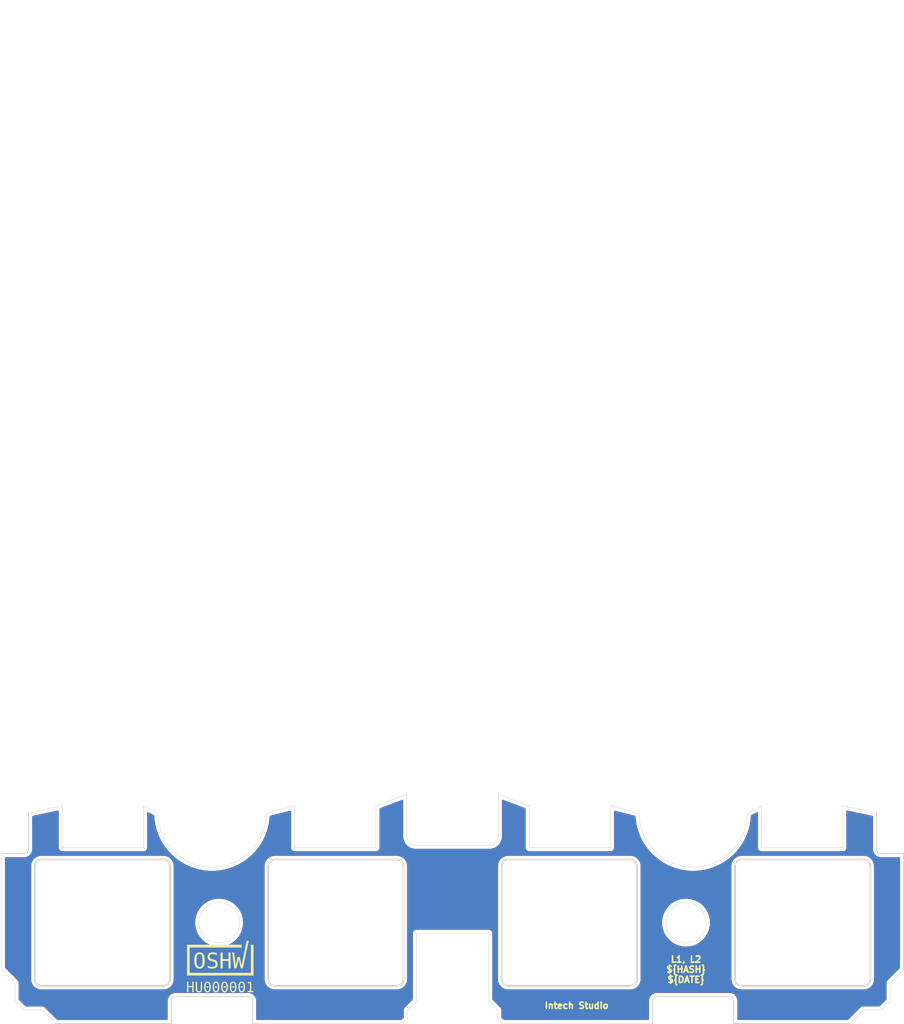
<source format=kicad_pcb>
(kicad_pcb (version 20240108) (generator "pcbnew") (generator_version "8.0")
  (layers (0 "F.Cu" signal) (31 "B.Cu" signal) (34 "B.Paste" user) (35 "F.Paste" user) (36 "B.SilkS" user "B.Silkscreen") (37 "F.SilkS" user "F.Silkscreen") (38 "B.Mask" user) (39 "F.Mask" user) (44 "Edge.Cuts" user))
  (net 0 "")
  (net 1 "GND")
  (footprint "suku_basics:OSHWA" (layer "F.Cu") (at 74.25 143.75)
    (property "Reference" "LOGO701" (hide yes))
    (property "Value" "LOGO" (hide yes))
    (fp_poly (pts (xy 3.689316 0.925456) (xy -3.689315 0.925456) (xy -3.689315 -2.488724) (xy 2.37617 -2.488724) (xy 2.37617 -2.176071) (xy -3.389168 -2.176071) (xy -3.389168 0.625308) (xy 3.389071 0.625308) (xy 3.392246 -0.928582) (xy 3.395421 -2.482471) (xy 3.542369 -2.485995) (xy 3.689316 -2.489518)) (fill solid) (layer "F.SilkS"))
    (fp_poly (pts (xy -3.526735 2.088528) (xy -3.101526 2.088528) (xy -3.101526 1.613294) (xy -2.951452 1.613294) (xy -2.951452 2.763861) (xy -3.101038 2.763861) (xy -3.104409 2.491852) (xy -3.107779 2.219843) (xy -3.526735 2.212985) (xy -3.526735 2.763861) (xy -3.689315 2.763861) (xy -3.689315 1.613294) (xy -3.526735 1.613294)) (fill solid) (layer "F.SilkS"))
    (fp_poly (pts (xy 0.146948 -1.623126) (xy 0.268883 -1.619547) (xy 0.275519 -0.900443) (xy 0.91295 -0.900443) (xy 0.91295 -1.6258) (xy 1.150567 -1.6258) (xy 1.150567 0.125062) (xy 0.91295 0.125062) (xy 0.91295 -0.700344) (xy 0.275136 -0.700344) (xy 0.275136 0.125062) (xy 0.025013 0.125062) (xy 0.025013 -1.626706)) (fill solid) (layer "F.SilkS"))
    (fp_poly (pts (xy -1.366002 2.099022) (xy -1.333968 2.12638) (xy -1.31649 2.164417) (xy -1.31599 2.206947) (xy -1.334889 2.247785) (xy -1.343843 2.25793) (xy -1.384322 2.283341) (xy -1.429351 2.288196) (xy -1.47129 2.272398) (xy -1.486052 2.259682) (xy -1.510388 2.218539) (xy -1.513698 2.175058) (xy -1.498584 2.135108) (xy -1.467647 2.104558) (xy -1.42349 2.089276) (xy -1.41017 2.088528)) (fill solid) (layer "F.SilkS"))
    (fp_poly (pts (xy -0.428041 2.099022) (xy -0.396007 2.12638) (xy -0.378529 2.164417) (xy -0.378028 2.206947) (xy -0.396927 2.247785) (xy -0.405881 2.25793) (xy -0.446361 2.283341) (xy -0.491389 2.288196) (xy -0.533328 2.272398) (xy -0.54809 2.259682) (xy -0.572426 2.218539) (xy -0.575736 2.175058) (xy -0.560622 2.135108) (xy -0.529686 2.104558) (xy -0.485529 2.089276) (xy -0.472209 2.088528)) (fill solid) (layer "F.SilkS"))
    (fp_poly (pts (xy 0.522427 2.099022) (xy 0.554461 2.12638) (xy 0.571939 2.164417) (xy 0.57244 2.206947) (xy 0.55354 2.247785) (xy 0.544587 2.25793) (xy 0.504107 2.283341) (xy 0.459078 2.288196) (xy 0.417139 2.272398) (xy 0.402377 2.259682) (xy 0.378041 2.218539) (xy 0.374731 2.175058) (xy 0.389846 2.135108) (xy 0.420782 2.104558) (xy 0.464939 2.089276) (xy 0.478259 2.088528)) (fill solid) (layer "F.SilkS"))
    (fp_poly (pts (xy 1.472895 2.099022) (xy 1.504929 2.12638) (xy 1.522407 2.164417) (xy 1.522907 2.206947) (xy 1.504008 2.247785) (xy 1.495054 2.25793) (xy 1.454575 2.283341) (xy 1.409546 2.288196) (xy 1.367607 2.272398) (xy 1.352845 2.259682) (xy 1.328509 2.218539) (xy 1.325199 2.175058) (xy 1.340313 2.135108) (xy 1.37125 2.104558) (xy 1.415407 2.089276) (xy 1.428727 2.088528)) (fill solid) (layer "F.SilkS"))
    (fp_poly (pts (xy 2.423363 2.099022) (xy 2.455397 2.12638) (xy 2.472875 2.164417) (xy 2.473375 2.206947) (xy 2.454476 2.247785) (xy 2.445522 2.25793) (xy 2.405042 2.283341) (xy 2.360014 2.288196) (xy 2.318075 2.272398) (xy 2.303313 2.259682) (xy 2.278977 2.218539) (xy 2.275667 2.175058) (xy 2.290781 2.135108) (xy 2.321718 2.104558) (xy 2.365875 2.089276) (xy 2.379195 2.088528)) (fill solid) (layer "F.SilkS"))
    (fp_poly (pts (xy 3.439193 2.626293) (xy 3.67681 2.626293) (xy 3.67681 2.763861) (xy 3.037689 2.763861) (xy 3.041469 2.698203) (xy 3.045249 2.632546) (xy 3.167184 2.628966) (xy 3.289119 2.625387) (xy 3.289119 2.194378) (xy 3.288777 2.074495) (xy 3.287778 1.971946) (xy 3.286163 1.888188) (xy 3.283972 1.824679) (xy 3.281247 1.782877) (xy 3.278027 1.76424) (xy 3.277097 1.763368) (xy 3.260168 1.766055) (xy 3.225245 1.773232) (xy 3.178662 1.78357) (xy 3.157804 1.78838) (xy 3.108191 1.799632) (xy 3.067562 1.808258) (xy 3.042296 1.81293) (xy 3.037888 1.813393) (xy 3.031169 1.801857) (xy 3.028386 1.770697) (xy 3.028992 1.742407) (xy 3.032743 1.671421) (xy 3.157804 1.642959) (xy 3.221273 1.630301) (xy 3.285815 1.620393) (xy 3.341191 1.614699) (xy 3.361029 1.613896) (xy 3.439193 1.613294)) (fill solid) (layer "F.SilkS"))
    (fp_poly (pts (xy -2.561065 2.0883) (xy -2.557508 2.563306) (xy -2.519948 2.600854) (xy -2.471266 2.633373) (xy -2.409462 2.651483) (xy -2.342226 2.654652) (xy -2.277249 2.642346) (xy -2.231814 2.62084) (xy -2.214905 2.608756) (xy -2.201041 2.59515) (xy -2.189922 2.577563) (xy -2.181246 2.553532) (xy -2.17471 2.520598) (xy -2.170015 2.4763) (xy -2.166857 2.418177) (xy -2.164936 2.343768) (xy -2.16395 2.250614) (xy -2.163598 2.136253) (xy -2.163564 2.063918) (xy -2.163564 1.613294) (xy -1.998864 1.613294) (xy -2.004222 2.072895) (xy -2.006032 2.205355) (xy -2.008145 2.314667) (xy -2.01064 2.402695) (xy -2.0136 2.471303) (xy -2.017104 2.522353) (xy -2.021235 2.557709) (xy -2.026072 2.579236) (xy -2.026235 2.579707) (xy -2.061961 2.646483) (xy -2.11637 2.704712) (xy -2.18322 2.74789) (xy -2.191159 2.751482) (xy -2.248615 2.76959) (xy -2.317403 2.781305) (xy -2.387483 2.785695) (xy -2.448813 2.781827) (xy -2.469965 2.7774) (xy -2.559864 2.741802) (xy -2.631084 2.690092) (xy -2.68309 2.622692) (xy -2.694035 2.60128) (xy -2.700795 2.585557) (xy -2.706311 2.568715) (xy -2.710737 2.548089) (xy -2.714227 2.52101) (xy -2.716934 2.484812) (xy -2.719011 2.436829) (xy -2.720611 2.374392) (xy -2.721887 2.294836) (xy -2.722993 2.195492) (xy -2.724036 2.079149) (xy -2.727983 1.613294) (xy -2.564621 1.613294)) (fill solid) (layer "F.SilkS"))
    (fp_poly (pts (xy -1.310098 1.612912) (xy -1.245099 1.637705) (xy -1.190196 1.679949) (xy -1.156217 1.719274) (xy -1.115039 1.78977) (xy -1.082521 1.879346) (xy -1.059193 1.983428) (xy -1.045587 2.09744) (xy -1.042234 2.216809) (xy -1.049666 2.336958) (xy -1.068414 2.453315) (xy -1.070086 2.460853) (xy -1.103581 2.566283) (xy -1.151911 2.652461) (xy -1.214661 2.718771) (xy -1.269007 2.754112) (xy -1.327364 2.774198) (xy -1.397728 2.783817) (xy -1.469059 2.782224) (xy -1.522977 2.771248) (xy -1.599296 2.734152) (xy -1.662604 2.676662) (xy -1.713325 2.598241) (xy -1.751884 2.498348) (xy -1.759429 2.47091) (xy -1.771042 2.407332) (xy -1.778789 2.326836) (xy -1.78267 2.23636) (xy -1.782683 2.144806) (xy -1.622183 2.144806) (xy -1.621935 2.28475) (xy -1.611644 2.402029) (xy -1.591236 2.496918) (xy -1.560637 2.569692) (xy -1.519773 2.620626) (xy -1.488165 2.641906) (xy -1.435118 2.66084) (xy -1.385951 2.659264) (xy -1.342748 2.643425) (xy -1.305285 2.616016) (xy -1.272738 2.575561) (xy -1.270349 2.571514) (xy -1.247117 2.52449) (xy -1.22996 2.473242) (xy -1.218155 2.413306) (xy -1.210979 2.340213) (xy -1.207708 2.249498) (xy -1.207325 2.182324) (xy -1.209381 2.074424) (xy -1.215541 1.987609) (xy -1.226656 1.918165) (xy -1.243577 1.862378) (xy -1.267155 1.816533) (xy -1.298241 1.776917) (xy -1.300831 1.774164) (xy -1.33074 1.745356) (xy -1.356393 1.73103) (xy -1.389273 1.726228) (xy -1.41273 1.72585) (xy -1.454211 1.727808) (xy -1.482909 1.736951) (xy -1.510566 1.75818) (xy -1.525911 1.773092) (xy -1.556701 1.809168) (xy -1.580234 1.850513) (xy -1.597535 1.901075) (xy -1.609626 1.964803) (xy -1.617529 2.045647) (xy -1.622183 2.144806) (xy -1.782683 2.144806) (xy -1.782683 2.142843) (xy -1.778827 2.053224) (xy -1.771102 1.97444) (xy -1.75951 1.913442) (xy -1.729702 1.823267) (xy -1.693106 1.751266) (xy -1.646291 1.690827) (xy -1.641054 1.685308) (xy -1.589649 1.642072) (xy -1.532104 1.615278) (xy -1.46267 1.60302) (xy -1.391272 1.602551)) (fill solid) (layer "F.SilkS"))
    (fp_poly (pts (xy -0.372136 1.612912) (xy -0.307138 1.637705) (xy -0.252234 1.679949) (xy -0.218255 1.719274) (xy -0.177078 1.78977) (xy -0.144559 1.879346) (xy -0.121231 1.983428) (xy -0.107626 2.09744) (xy -0.104273 2.216809) (xy -0.111705 2.336958) (xy -0.130453 2.453315) (xy -0.132124 2.460853) (xy -0.165619 2.566283) (xy -0.21395 2.652461) (xy -0.276699 2.718771) (xy -0.331045 2.754112) (xy -0.389402 2.774198) (xy -0.459766 2.783817) (xy -0.531098 2.782224) (xy -0.585015 2.771248) (xy -0.661335 2.734152) (xy -0.724643 2.676662) (xy -0.775364 2.598241) (xy -0.813922 2.498348) (xy -0.821467 2.47091) (xy -0.83308 2.407332) (xy -0.840827 2.326836) (xy -0.844708 2.23636) (xy -0.844721 2.144806) (xy -0.684221 2.144806) (xy -0.683973 2.28475) (xy -0.673682 2.402029) (xy -0.653275 2.496918) (xy -0.622676 2.569692) (xy -0.581811 2.620626) (xy -0.550203 2.641906) (xy -0.497157 2.66084) (xy -0.44799 2.659264) (xy -0.404787 2.643425) (xy -0.367324 2.616016) (xy -0.334776 2.575561) (xy -0.332387 2.571514) (xy -0.309155 2.52449) (xy -0.291998 2.473242) (xy -0.280193 2.413306) (xy -0.273017 2.340213) (xy -0.269746 2.249498) (xy -0.269363 2.182324) (xy -0.271419 2.074424) (xy -0.27758 1.987609) (xy -0.288695 1.918165) (xy -0.305616 1.862378) (xy -0.329194 1.816533) (xy -0.36028 1.776917) (xy -0.36287 1.774164) (xy -0.392779 1.745356) (xy -0.418432 1.73103) (xy -0.451311 1.726228) (xy -0.474768 1.72585) (xy -0.51625 1.727808) (xy -0.544947 1.736951) (xy -0.572605 1.75818) (xy -0.58795 1.773092) (xy -0.618739 1.809168) (xy -0.642273 1.850513) (xy -0.659574 1.901075) (xy -0.671664 1.964803) (xy -0.679568 2.045647) (xy -0.684221 2.144806) (xy -0.844721 2.144806) (xy -0.844721 2.142843) (xy -0.840866 2.053224) (xy -0.833141 1.97444) (xy -0.821548 1.913442) (xy -0.79174 1.823267) (xy -0.755145 1.751266) (xy -0.708329 1.690827) (xy -0.703092 1.685308) (xy -0.651688 1.642072) (xy -0.594142 1.615278) (xy -0.524708 1.60302) (xy -0.453311 1.602551)) (fill solid) (layer "F.SilkS"))
    (fp_poly (pts (xy 0.578332 1.612912) (xy 0.64333 1.637705) (xy 0.698234 1.679949) (xy 0.732212 1.719274) (xy 0.77339 1.78977) (xy 0.805908 1.879346) (xy 0.829236 1.983428) (xy 0.842842 2.09744) (xy 0.846195 2.216809) (xy 0.838763 2.336958) (xy 0.820015 2.453315) (xy 0.818343 2.460853) (xy 0.784848 2.566283) (xy 0.736518 2.652461) (xy 0.673769 2.718771) (xy 0.619423 2.754112) (xy 0.561066 2.774198) (xy 0.490702 2.783817) (xy 0.41937 2.782224) (xy 0.365453 2.771248) (xy 0.289133 2.734152) (xy 0.225825 2.676662) (xy 0.175104 2.598241) (xy 0.136546 2.498348) (xy 0.129001 2.47091) (xy 0.117388 2.407332) (xy 0.10964 2.326836) (xy 0.10576 2.23636) (xy 0.105746 2.144806) (xy 0.266246 2.144806) (xy 0.266494 2.28475) (xy 0.276785 2.402029) (xy 0.297193 2.496918) (xy 0.327792 2.569692) (xy 0.368656 2.620626) (xy 0.400264 2.641906) (xy 0.453311 2.66084) (xy 0.502478 2.659264) (xy 0.545681 2.643425) (xy 0.583144 2.616016) (xy 0.615692 2.575561) (xy 0.61808 2.571514) (xy 0.641313 2.52449) (xy 0.65847 2.473242) (xy 0.670275 2.413306) (xy 0.677451 2.340213) (xy 0.680721 2.249498) (xy 0.681105 2.182324) (xy 0.679048 2.074424) (xy 0.672888 1.987609) (xy 0.661773 1.918165) (xy 0.644852 1.862378) (xy 0.621274 1.816533) (xy 0.590188 1.776917) (xy 0.587598 1.774164) (xy 0.557689 1.745356) (xy 0.532036 1.73103) (xy 0.499156 1.726228) (xy 0.475699 1.72585) (xy 0.434218 1.727808) (xy 0.40552 1.736951) (xy 0.377863 1.75818) (xy 0.362518 1.773092) (xy 0.331729 1.809168) (xy 0.308195 1.850513) (xy 0.290894 1.901075) (xy 0.278803 1.964803) (xy 0.2709 2.045647) (xy 0.266246 2.144806) (xy 0.105746 2.144806) (xy 0.105746 2.142843) (xy 0.109602 2.053224) (xy 0.117327 1.97444) (xy 0.12892 1.913442) (xy 0.158728 1.823267) (xy 0.195323 1.751266) (xy 0.242139 1.690827) (xy 0.247376 1.685308) (xy 0.29878 1.642072) (xy 0.356326 1.615278) (xy 0.42576 1.60302) (xy 0.497157 1.602551)) (fill solid) (layer "F.SilkS"))
    (fp_poly (pts (xy 1.528799 1.612912) (xy 1.593798 1.637705) (xy 1.648701 1.679949) (xy 1.68268 1.719274) (xy 1.723858 1.78977) (xy 1.756376 1.879346) (xy 1.779704 1.983428) (xy 1.79331 2.09744) (xy 1.796663 2.216809) (xy 1.789231 2.336958) (xy 1.770483 2.453315) (xy 1.768811 2.460853) (xy 1.735316 2.566283) (xy 1.686986 2.652461) (xy 1.624236 2.718771) (xy 1.569891 2.754112) (xy 1.511533 2.774198) (xy 1.44117 2.783817) (xy 1.369838 2.782224) (xy 1.31592 2.771248) (xy 1.239601 2.734152) (xy 1.176293 2.676662) (xy 1.125572 2.598241) (xy 1.087013 2.498348) (xy 1.079469 2.47091) (xy 1.067856 2.407332) (xy 1.060108 2.326836) (xy 1.056227 2.23636) (xy 1.056214 2.144806) (xy 1.216714 2.144806) (xy 1.216962 2.28475) (xy 1.227253 2.402029) (xy 1.247661 2.496918) (xy 1.27826 2.569692) (xy 1.319124 2.620626) (xy 1.350732 2.641906) (xy 1.403779 2.66084) (xy 1.452946 2.659264) (xy 1.496149 2.643425) (xy 1.533612 2.616016) (xy 1.566159 2.575561) (xy 1.568548 2.571514) (xy 1.59178 2.52449) (xy 1.608937 2.473242) (xy 1.620742 2.413306) (xy 1.627918 2.340213) (xy 1.631189 2.249498) (xy 1.631572 2.182324) (xy 1.629516 2.074424) (xy 1.623356 1.987609) (xy 1.612241 1.918165) (xy 1.59532 1.862378) (xy 1.571742 1.816533) (xy 1.540656 1.776917) (xy 1.538066 1.774164) (xy 1.508157 1.745356) (xy 1.482504 1.73103) (xy 1.449624 1.726228) (xy 1.426167 1.72585) (xy 1.384686 1.727808) (xy 1.355988 1.736951) (xy 1.328331 1.75818) (xy 1.312986 1.773092) (xy 1.282196 1.809168) (xy 1.258663 1.850513) (xy 1.241362 1.901075) (xy 1.229271 1.964803) (xy 1.221368 2.045647) (xy 1.216714 2.144806) (xy 1.056214 2.144806) (xy 1.056214 2.142843) (xy 1.06007 2.053224) (xy 1.067795 1.97444) (xy 1.079387 1.913442) (xy 1.109196 1.823267) (xy 1.145791 1.751266) (xy 1.192606 1.690827) (xy 1.197843 1.685308) (xy 1.249248 1.642072) (xy 1.306793 1.615278) (xy 1.376227 1.60302) (xy 1.447625 1.602551)) (fill solid) (layer "F.SilkS"))
    (fp_poly (pts (xy 2.479267 1.612912) (xy 2.544266 1.637705) (xy 2.599169 1.679949) (xy 2.633148 1.719274) (xy 2.674326 1.78977) (xy 2.706844 1.879346) (xy 2.730172 1.983428) (xy 2.743778 2.09744) (xy 2.74713 2.216809) (xy 2.739698 2.336958) (xy 2.720951 2.453315) (xy 2.719279 2.460853) (xy 2.685784 2.566283) (xy 2.637453 2.652461) (xy 2.574704 2.718771) (xy 2.520358 2.754112) (xy 2.462001 2.774198) (xy 2.391637 2.783817) (xy 2.320306 2.782224) (xy 2.266388 2.771248) (xy 2.190068 2.734152) (xy 2.12676 2.676662) (xy 2.07604 2.598241) (xy 2.037481 2.498348) (xy 2.029936 2.47091) (xy 2.018323 2.407332) (xy 2.010576 2.326836) (xy 2.006695 2.23636) (xy 2.006682 2.144806) (xy 2.167182 2.144806) (xy 2.16743 2.28475) (xy 2.177721 2.402029) (xy 2.198129 2.496918) (xy 2.228728 2.569692) (xy 2.269592 2.620626) (xy 2.3012 2.641906) (xy 2.354246 2.66084) (xy 2.403413 2.659264) (xy 2.446617 2.643425) (xy 2.48408 2.616016) (xy 2.516627 2.575561) (xy 2.519016 2.571514) (xy 2.542248 2.52449) (xy 2.559405 2.473242) (xy 2.57121 2.413306) (xy 2.578386 2.340213) (xy 2.581657 2.249498) (xy 2.58204 2.182324) (xy 2.579984 2.074424) (xy 2.573824 1.987609) (xy 2.562709 1.918165) (xy 2.545787 1.862378) (xy 2.522209 1.816533) (xy 2.491124 1.776917) (xy 2.488534 1.774164) (xy 2.458625 1.745356) (xy 2.432972 1.73103) (xy 2.400092 1.726228) (xy 2.376635 1.72585) (xy 2.335154 1.727808) (xy 2.306456 1.736951) (xy 2.278799 1.75818) (xy 2.263454 1.773092) (xy 2.232664 1.809168) (xy 2.20913 1.850513) (xy 2.19183 1.901075) (xy 2.179739 1.964803) (xy 2.171835 2.045647) (xy 2.167182 2.144806) (xy 2.006682 2.144806) (xy 2.006682 2.142843) (xy 2.010537 2.053224) (xy 2.018263 1.97444) (xy 2.029855 1.913442) (xy 2.059663 1.823267) (xy 2.096259 1.751266) (xy 2.143074 1.690827) (xy 2.148311 1.685308) (xy 2.199716 1.642072) (xy 2.257261 1.615278) (xy 2.326695 1.60302) (xy 2.398093 1.602551)) (fill solid) (layer "F.SilkS"))
    (fp_poly (pts (xy -2.213686 -1.648416) (xy -2.173361 -1.642883) (xy -2.133448 -1.632444) (xy -2.11365 -1.62599) (xy -2.017135 -1.582277) (xy -1.934897 -1.520831) (xy -1.866124 -1.440575) (xy -1.810003 -1.340433) (xy -1.765721 -1.219326) (xy -1.744681 -1.136985) (xy -1.734923 -1.07785) (xy -1.72692 -0.999811) (xy -1.720855 -0.908928) (xy -1.716911 -0.811259) (xy -1.71527 -0.712863) (xy -1.716115 -0.6198) (xy -1.719627 -0.538129) (xy -1.724944 -0.481445) (xy -1.751517 -0.331144) (xy -1.789241 -0.202461) (xy -1.838715 -0.094336) (xy -1.900537 -0.005708) (xy -1.975305 0.06448) (xy -2.062762 0.116889) (xy -2.103525 0.134659) (xy -2.139902 0.14622) (xy -2.179949 0.153159) (xy -2.231723 0.157061) (xy -2.275366 0.158715) (xy -2.345863 0.159585) (xy -2.399351 0.156676) (xy -2.443645 0.149242) (xy -2.478265 0.139354) (xy -2.571511 0.098856) (xy -2.651292 0.042823) (xy -2.718295 -0.029968) (xy -2.773207 -0.120739) (xy -2.816717 -0.230714) (xy -2.849512 -0.361114) (xy -2.872279 -0.513163) (xy -2.877989 -0.571523) (xy -2.884864 -0.674628) (xy -2.885786 -0.744116) (xy -2.629897 -0.744116) (xy -2.627195 -0.594409) (xy -2.618801 -0.467089) (xy -2.604279 -0.360089) (xy -2.583196 -0.27134) (xy -2.555116 -0.198778) (xy -2.519605 -0.140333) (xy -2.497463 -0.114208) (xy -2.463968 -0.08401) (xy -2.42916 -0.060012) (xy -2.419941 -0.055293) (xy -2.371974 -0.042609) (xy -2.310675 -0.038337) (xy -2.24617 -0.042214) (xy -2.188587 -0.053976) (xy -2.167463 -0.061848) (xy -2.110324 -0.10024) (xy -2.062818 -0.159403) (xy -2.024838 -0.239747) (xy -1.996276 -0.341685) (xy -1.977025 -0.465628) (xy -1.966978 -0.611987) (xy -1.96603 -0.781173) (xy -1.967346 -0.831659) (xy -1.974496 -0.971762) (xy -1.986642 -1.089396) (xy -2.00452 -1.186737) (xy -2.02887 -1.265962) (xy -2.06043 -1.329249) (xy -2.099936 -1.378775) (xy -2.148127 -1.416718) (xy -2.169817 -1.429044) (xy -2.234525 -1.450351) (xy -2.308708 -1.455453) (xy -2.382835 -1.444401) (xy -2.428511 -1.427606) (xy -2.481734 -1.392782) (xy -2.526042 -1.343307) (xy -2.561873 -1.277702) (xy -2.589663 -1.194486) (xy -2.609848 -1.092179) (xy -2.622863 -0.969303) (xy -2.629144 -0.824376) (xy -2.629897 -0.744116) (xy -2.885786 -0.744116) (xy -2.886107 -0.768282) (xy -2.881727 -0.866448) (xy -2.878187 -0.912678) (xy -2.859119 -1.072373) (xy -2.830164 -1.210136) (xy -2.790684 -1.327272) (xy -2.740046 -1.425088) (xy -2.677612 -1.504888) (xy -2.602749 -1.567978) (xy -2.542136 -1.603131) (xy -2.502095 -1.621588) (xy -2.466776 -1.633727) (xy -2.42829 -1.641206) (xy -2.378745 -1.645687) (xy -2.328219 -1.648133) (xy -2.262584 -1.649885)) (fill solid) (layer "F.SilkS"))
    (fp_poly (pts (xy -0.796763 -1.648341) (xy -0.685523 -1.638002) (xy -0.57458 -1.618762) (xy -0.47144 -1.591483) (xy -0.422082 -1.57389) (xy -0.406061 -1.566635) (xy -0.395996 -1.556809) (xy -0.390503 -1.53914) (xy -0.388198 -1.508358) (xy -0.387696 -1.45919) (xy -0.38769 -1.442943) (xy -0.388153 -1.392245) (xy -0.389395 -1.352573) (xy -0.391198 -1.329392) (xy -0.392368 -1.325652) (xy -0.404999 -1.331227) (xy -0.432223 -1.345495) (xy -0.453058 -1.356958) (xy -0.554732 -1.404587) (xy -0.659074 -1.436678) (xy -0.76262 -1.453345) (xy -0.86191 -1.4547) (xy -0.95348 -1.440857) (xy -1.033869 -1.41193) (xy -1.099615 -1.368032) (xy -1.130442 -1.334753) (xy -1.166972 -1.26703) (xy -1.183105 -1.189889) (xy -1.177427 -1.110201) (xy -1.177033 -1.108409) (xy -1.163988 -1.063883) (xy -1.144802 -1.026727) (xy -1.116635 -0.995185) (xy -1.076646 -0.9675) (xy -1.021997 -0.941913) (xy -0.949848 -0.916667) (xy -0.857358 -0.890006) (xy -0.799557 -0.874812) (xy -0.729069 -0.855592) (xy -0.661512 -0.835202) (xy -0.603334 -0.815723) (xy -0.560981 -0.799233) (xy -0.551784 -0.794908) (xy -0.457399 -0.735184) (xy -0.384118 -0.662245) (xy -0.331806 -0.575839) (xy -0.300327 -0.475715) (xy -0.289545 -0.361621) (xy -0.290958 -0.312654) (xy -0.307843 -0.196094) (xy -0.343494 -0.095994) (xy -0.397943 -0.01233) (xy -0.47122 0.054921) (xy -0.563355 0.105784) (xy -0.674379 0.140282) (xy -0.804323 0.158439) (xy -0.900443 0.161483) (xy -0.984703 0.158051) (xy -1.070024 0.149441) (xy -1.13806 0.138049) (xy -1.198338 0.123653) (xy -1.259779 0.106575) (xy -1.310396 0.090181) (xy -1.316272 0.088005) (xy -1.388183 0.060734) (xy -1.388183 -0.063429) (xy -1.387687 -0.115723) (xy -1.386352 -0.157145) (xy -1.384404 -0.182382) (xy -1.38289 -0.187592) (xy -1.370172 -0.182129) (xy -1.340939 -0.167587) (xy -1.300705 -0.146732) (xy -1.285967 -0.138943) (xy -1.192068 -0.093743) (xy -1.105928 -0.063324) (xy -1.017843 -0.044564) (xy -0.975878 -0.039189) (xy -0.86929 -0.035229) (xy -0.772107 -0.046254) (xy -0.687556 -0.071299) (xy -0.618865 -0.109397) (xy -0.56926 -0.159578) (xy -0.56797 -0.161452) (xy -0.533797 -0.231437) (xy -0.51833 -0.308864) (xy -0.521301 -0.387506) (xy -0.542443 -0.461135) (xy -0.581487 -0.523521) (xy -0.583649 -0.525951) (xy -0.609695 -0.551075) (xy -0.640923 -0.57281) (xy -0.681021 -0.592658) (xy -0.733674 -0.612124) (xy -0.80257 -0.632713) (xy -0.891395 -0.655929) (xy -0.918913 -0.662755) (xy -1.050387 -0.699971) (xy -1.158673 -0.741914) (xy -1.245375 -0.790011) (xy -1.312098 -0.845683) (xy -1.360446 -0.910356) (xy -1.392023 -0.985455) (xy -1.408435 -1.072402) (xy -1.410535 -1.09912) (xy -1.4061 -1.216759) (xy -1.379547 -1.324024) (xy -1.332234 -1.419171) (xy -1.265518 -1.500457) (xy -1.180757 -1.566139) (xy -1.079309 -1.614474) (xy -0.990106 -1.638887) (xy -0.900793 -1.648923)) (fill solid) (layer "F.SilkS"))
    (fp_poly (pts (xy 3.102426 -2.926025) (xy 3.136692 -2.92422) (xy 3.154538 -2.920182) (xy 3.160258 -2.913068) (xy 3.158976 -2.904554) (xy 3.15551 -2.889751) (xy 3.147085 -2.85202) (xy 3.134032 -2.79288) (xy 3.116683 -2.713851) (xy 3.095368 -2.616451) (xy 3.070419 -2.5022) (xy 3.042167 -2.372615) (xy 3.010944 -2.229217) (xy 2.97708 -2.073524) (xy 2.940907 -1.907054) (xy 2.902756 -1.731327) (xy 2.862958 -1.547863) (xy 2.83241 -1.406942) (xy 2.791579 -1.218561) (xy 2.752145 -1.036694) (xy 2.71444 -0.86287) (xy 2.678796 -0.698615) (xy 2.645545 -0.545457) (xy 2.615018 -0.404923) (xy 2.587548 -0.27854) (xy 2.563467 -0.167837) (xy 2.543106 -0.07434) (xy 2.526798 0.000424) (xy 2.514875 0.054927) (xy 2.507668 0.087641) (xy 2.505566 0.096923) (xy 2.500685 0.110204) (xy 2.490761 0.118479) (xy 2.470723 0.122922) (xy 2.435501 0.124706) (xy 2.384194 0.125006) (xy 2.269867 0.124951) (xy 2.158632 -0.36586) (xy 2.134167 -0.473343) (xy 2.111178 -0.573444) (xy 2.090296 -0.66348) (xy 2.072154 -0.740768) (xy 2.057382 -0.802623) (xy 2.046613 -0.846363) (xy 2.040477 -0.869304) (xy 2.039552 -0.871902) (xy 2.0352 -0.863504) (xy 2.026061 -0.83316) (xy 2.012753 -0.783341) (xy 1.995895 -0.716523) (xy 1.976107 -0.635178) (xy 1.954007 -0.54178) (xy 1.930215 -0.438803) (xy 1.920631 -0.396668) (xy 1.896245 -0.289214) (xy 1.87343 -0.189124) (xy 1.852808 -0.099085) (xy 1.834997 -0.021783) (xy 1.820618 0.040094) (xy 1.81029 0.083861) (xy 1.804634 0.106831) (xy 1.803883 0.109429) (xy 1.790649 0.117883) (xy 1.757015 0.122985) (xy 1.700958 0.125004) (xy 1.686601 0.125062) (xy 1.626286 0.123691) (xy 1.58866 0.119383) (xy 1.571536 0.111845) (xy 1.570206 0.109429) (xy 1.567599 0.09467) (xy 1.561661 0.057254) (xy 1.552709 -0.000731) (xy 1.541057 -0.077199) (xy 1.52702 -0.170059) (xy 1.510913 -0.277226) (xy 1.493053 -0.396611) (xy 1.473753 -0.526125) (xy 1.453329 -0.663682) (xy 1.444195 -0.725357) (xy 1.423286 -0.86659) (xy 1.403322 -1.001332) (xy 1.384628 -1.127412) (xy 1.367524 -1.242655) (xy 1.352335 -1.344891) (xy 1.339382 -1.431947) (xy 1.32899 -1.50165) (xy 1.32148 -1.551828) (xy 1.317176 -1.580309) (xy 1.316421 -1.585155) (xy 1.309874 -1.6258) (xy 1.423328 -1.6258) (xy 1.473932 -1.624832) (xy 1.514231 -1.622242) (xy 1.538299 -1.618495) (xy 1.542347 -1.61642) (xy 1.544815 -1.602564) (xy 1.54987 -1.566169) (xy 1.557226 -1.509546) (xy 1.566598 -1.435003) (xy 1.577701 -1.34485) (xy 1.590248 -1.241394) (xy 1.603954 -1.126945) (xy 1.618534 -1.003812) (xy 1.626268 -0.937961) (xy 1.641232 -0.81126) (xy 1.655556 -0.692058) (xy 1.668946 -0.582664) (xy 1.681106 -0.485387) (xy 1.691743 -0.402537) (xy 1.700562 -0.336424) (xy 1.707269 -0.289356) (xy 1.71157 -0.263643) (xy 1.712746 -0.25949) (xy 1.717087 -0.269078) (xy 1.725857 -0.300507) (xy 1.738432 -0.351119) (xy 1.754188 -0.41826) (xy 1.772503 -0.499273) (xy 1.792752 -0.591502) (xy 1.81403 -0.690953) (xy 1.907189 -1.131807) (xy 2.033915 -1.135355) (xy 2.091233 -1.1367) (xy 2.12833 -1.136273) (xy 2.149983 -1.133179) (xy 2.160967 -1.126523) (xy 2.16606 -1.115408) (xy 2.167325 -1.110342) (xy 2.171428 -1.091715) (xy 2.18008 -1.051635) (xy 2.192635 -0.993117) (xy 2.208451 -0.919176) (xy 2.22688 -0.832826) (xy 2.247278 -0.737081) (xy 2.265319 -0.652281) (xy 2.291375 -0.531527) (xy 2.31393 -0.430753) (xy 2.33277 -0.350828) (xy 2.347679 -0.292619) (xy 2.358443 -0.256997) (xy 2.364847 -0.244831) (xy 2.365865 -0.245831) (xy 2.369616 -0.260989) (xy 2.378089 -0.299012) (xy 2.390942 -0.358272) (xy 2.407829 -0.437138) (xy 2.428409 -0.533984) (xy 2.452336 -0.647178) (xy 2.479268 -0.775094) (xy 2.50886 -0.916101) (xy 2.54077 -1.068572) (xy 2.574654 -1.230876) (xy 2.610167 -1.401386) (xy 2.645109 -1.569522) (xy 2.681846 -1.746433) (xy 2.717239 -1.91677) (xy 2.750948 -2.078897) (xy 2.782629 -2.231177) (xy 2.811944 -2.371973) (xy 2.838549 -2.499647) (xy 2.862104 -2.612563) (xy 2.882267 -2.709084) (xy 2.898698 -2.787573) (xy 2.911055 -2.846392) (xy 2.918996 -2.883906) (xy 2.922135 -2.898301) (xy 2.926897 -2.911399) (xy 2.936571 -2.919644) (xy 2.956132 -2.924155) (xy 2.990556 -2.926047) (xy 3.044818 -2.92644) (xy 3.047448 -2.92644)) (fill solid) (layer "F.SilkS"))
  )
  (gr_line (start 122.17 150) (end 105.5 150) (stroke (width 0.05)) (layer "Edge.Cuts"))
  (gr_arc (start 145.564375 131.814375) (mid 146.094695 132.034041) (end 146.314375 132.564375) (stroke (width 0.2)) (layer "Edge.Cuts"))
  (gr_line (start 143.25 125.875) (end 147 126.67) (stroke (width 0.05)) (layer "Edge.Cuts"))
  (gr_circle (center 74.12375 138.814375) (end 76.37375 138.814375) (stroke (width 0.05)) (fill none) (layer "Edge.Cuts"))
  (gr_line (start 104 140) (end 104 147.5) (stroke (width 0.05)) (layer "Edge.Cuts"))
  (gr_line (start 131.314375 145.064375) (end 131.314375 132.564375) (stroke (width 0.2)) (layer "Edge.Cuts"))
  (gr_line (start 65.75 125.875) (end 67.33 126.67) (stroke (width 0.05)) (layer "Edge.Cuts"))
  (gr_arc (start 147.5 131.17) (mid 147.146447 131.023553) (end 147 130.67) (stroke (width 0.1)) (layer "Edge.Cuts"))
  (gr_line (start 147 130.67) (end 147 126.67) (stroke (width 0.1)) (layer "Edge.Cuts"))
  (gr_line (start 134.25 125.875) (end 132.67 126.67) (stroke (width 0.05)) (layer "Edge.Cuts"))
  (gr_line (start 82.5 130.5) (end 82.5 125.875) (stroke (width 0.05)) (layer "Edge.Cuts"))
  (gr_arc (start 105.08 129.226) (mid 104.787107 129.933107) (end 104.08 130.226) (stroke (width 0.05)) (layer "Edge.Cuts"))
  (gr_line (start 96 140) (end 104 140) (stroke (width 0.05)) (layer "Edge.Cuts"))
  (gr_line (start 122.17 147.5) (end 122.17 150) (stroke (width 0.1)) (layer "Edge.Cuts"))
  (gr_arc (start 80.311875 145.814375) (mid 79.781535 145.594701) (end 79.561875 145.064375) (stroke (width 0.2)) (layer "Edge.Cuts"))
  (gr_line (start 56 150) (end 54.5 148.5) (stroke (width 0.05)) (layer "Edge.Cuts"))
  (gr_line (start 150 144) (end 148.5 145.5) (stroke (width 0.05)) (layer "Edge.Cuts"))
  (gr_arc (start 54.435625 145.814375) (mid 53.905288 145.594712) (end 53.685625 145.064375) (stroke (width 0.2)) (layer "Edge.Cuts"))
  (gr_line (start 146.314375 132.564375) (end 146.314375 145.064375) (stroke (width 0.2)) (layer "Edge.Cuts"))
  (gr_arc (start 132.064375 145.814375) (mid 131.534035 145.594701) (end 131.314375 145.064375) (stroke (width 0.2)) (layer "Edge.Cuts"))
  (gr_arc (start 105.438125 132.564375) (mid 105.657805 132.03407) (end 106.188125 131.814375) (stroke (width 0.2)) (layer "Edge.Cuts"))
  (gr_line (start 82.5 125.875) (end 79.33 126.67) (stroke (width 0.05)) (layer "Edge.Cuts"))
  (gr_arc (start 53 130.67) (mid 52.853553 131.023553) (end 52.5 131.17) (stroke (width 0.1)) (layer "Edge.Cuts"))
  (gr_arc (start 77.33 147) (mid 77.683553 147.146447) (end 77.83 147.5) (stroke (width 0.1)) (layer "Edge.Cuts"))
  (gr_arc (start 122.17 147.5) (mid 122.316447 147.146447) (end 122.67 147) (stroke (width 0.1)) (layer "Edge.Cuts"))
  (gr_line (start 51.5 145.5) (end 50 144) (stroke (width 0.05)) (layer "Edge.Cuts"))
  (gr_line (start 143.25 125.875) (end 143.25 130.5) (stroke (width 0.05)) (layer "Edge.Cuts"))
  (gr_line (start 145.564375 145.814375) (end 132.064375 145.814375) (stroke (width 0.2)) (layer "Edge.Cuts"))
  (gr_line (start 119.688125 145.814375) (end 106.188125 145.814375) (stroke (width 0.2)) (layer "Edge.Cuts"))
  (gr_line (start 104 147.5) (end 105 148.5) (stroke (width 0.05)) (layer "Edge.Cuts"))
  (gr_line (start 94.561875 132.564375) (end 94.561875 145.064375) (stroke (width 0.2)) (layer "Edge.Cuts"))
  (gr_line (start 94.92 124.582063) (end 94.92 129.226) (stroke (width 0.05)) (layer "Edge.Cuts"))
  (gr_arc (start 95.92 130.226) (mid 95.212893 129.933107) (end 94.92 129.226) (stroke (width 0.05)) (layer "Edge.Cuts"))
  (gr_arc (start 68.83 147.5) (mid 68.976447 147.146447) (end 69.33 147) (stroke (width 0.1)) (layer "Edge.Cuts"))
  (gr_line (start 95.92 130.226) (end 104.08 130.226) (stroke (width 0.05)) (layer "Edge.Cuts"))
  (gr_line (start 52.5 148.5) (end 51.5 147.5) (stroke (width 0.05)) (layer "Edge.Cuts"))
  (gr_line (start 50 131.17) (end 52.5 131.17) (stroke (width 0.1)) (layer "Edge.Cuts"))
  (gr_line (start 120.67 126.67) (end 117.5 125.875) (stroke (width 0.05)) (layer "Edge.Cuts"))
  (gr_line (start 148.5 145.5) (end 148.5 147.5) (stroke (width 0.05)) (layer "Edge.Cuts"))
  (gr_arc (start 131.314375 132.564375) (mid 131.534052 132.034052) (end 132.064375 131.814375) (stroke (width 0.2)) (layer "Edge.Cuts"))
  (gr_line (start 53 130.67) (end 53 126.67) (stroke (width 0.1)) (layer "Edge.Cuts"))
  (gr_line (start 95 148.5) (end 96 147.5) (stroke (width 0.05)) (layer "Edge.Cuts"))
  (gr_arc (start 67.935625 131.814375) (mid 68.465948 132.034052) (end 68.685625 132.564375) (stroke (width 0.2)) (layer "Edge.Cuts"))
  (gr_arc (start 68.685625 145.064375) (mid 68.465971 145.594721) (end 67.935625 145.814375) (stroke (width 0.2)) (layer "Edge.Cuts"))
  (gr_arc (start 94.561875 145.064375) (mid 94.342212 145.594712) (end 93.811875 145.814375) (stroke (width 0.2)) (layer "Edge.Cuts"))
  (gr_line (start 147.5 148.5) (end 145.5 148.5) (stroke (width 0.05)) (layer "Edge.Cuts"))
  (gr_line (start 131.17 150) (end 131.17 147.5) (stroke (width 0.1)) (layer "Edge.Cuts"))
  (gr_line (start 77.83 150) (end 77.83 147.5) (stroke (width 0.1)) (layer "Edge.Cuts"))
  (gr_line (start 77.33 147) (end 69.33 147) (stroke (width 0.1)) (layer "Edge.Cuts"))
  (gr_arc (start 53.685625 132.564375) (mid 53.905312 132.034062) (end 54.435625 131.814375) (stroke (width 0.2)) (layer "Edge.Cuts"))
  (gr_line (start 68.83 147.5) (end 68.83 150) (stroke (width 0.1)) (layer "Edge.Cuts"))
  (gr_circle (center 125.87625 138.814375) (end 128.12625 138.814375) (stroke (width 0.05)) (fill none) (layer "Edge.Cuts"))
  (gr_line (start 117.5 130.5) (end 108.5 130.5) (stroke (width 0.05)) (layer "Edge.Cuts"))
  (gr_line (start 134.25 130.5) (end 134.25 125.875) (stroke (width 0.05)) (layer "Edge.Cuts"))
  (gr_line (start 77.83 150) (end 94.5 150) (stroke (width 0.05)) (layer "Edge.Cuts"))
  (gr_line (start 105.08 129.226) (end 105.08 124.582063) (stroke (width 0.05)) (layer "Edge.Cuts"))
  (gr_arc (start 79.33 126.67) (mid 73.33 132.67) (end 67.33 126.67) (stroke (width 0.05)) (layer "Edge.Cuts"))
  (gr_line (start 132.064375 131.814375) (end 145.564375 131.814375) (stroke (width 0.2)) (layer "Edge.Cuts"))
  (gr_line (start 147.5 131.17) (end 150 131.17) (stroke (width 0.1)) (layer "Edge.Cuts"))
  (gr_line (start 91.5 125.875) (end 91.5 130.5) (stroke (width 0.05)) (layer "Edge.Cuts"))
  (gr_line (start 91.5 125.875) (end 94.92 124.582063) (stroke (width 0.05)) (layer "Edge.Cuts"))
  (gr_line (start 144 150) (end 131.17 150) (stroke (width 0.1)) (layer "Edge.Cuts"))
  (gr_line (start 56.75 130.5) (end 56.75 125.875) (stroke (width 0.05)) (layer "Edge.Cuts"))
  (gr_line (start 96 147.5) (end 96 140) (stroke (width 0.05)) (layer "Edge.Cuts"))
  (gr_line (start 54.435625 131.814375) (end 67.935625 131.814375) (stroke (width 0.2)) (layer "Edge.Cuts"))
  (gr_line (start 145.5 148.5) (end 144 150) (stroke (width 0.05)) (layer "Edge.Cuts"))
  (gr_line (start 95 149.5) (end 94.5 150) (stroke (width 0.05)) (layer "Edge.Cuts"))
  (gr_line (start 130.67 147) (end 122.67 147) (stroke (width 0.1)) (layer "Edge.Cuts"))
  (gr_line (start 54.5 148.5) (end 52.5 148.5) (stroke (width 0.05)) (layer "Edge.Cuts"))
  (gr_line (start 50 144) (end 50 131.17) (stroke (width 0.05)) (layer "Edge.Cuts"))
  (gr_arc (start 120.438125 145.064375) (mid 120.218465 145.59473) (end 119.688125 145.814375) (stroke (width 0.2)) (layer "Edge.Cuts"))
  (gr_line (start 143.25 130.5) (end 134.25 130.5) (stroke (width 0.05)) (layer "Edge.Cuts"))
  (gr_line (start 105 149.5) (end 105.5 150) (stroke (width 0.05)) (layer "Edge.Cuts"))
  (gr_line (start 120.438125 132.564375) (end 120.438125 145.064375) (stroke (width 0.2)) (layer "Edge.Cuts"))
  (gr_line (start 105 149.5) (end 105 148.5) (stroke (width 0.05)) (layer "Edge.Cuts"))
  (gr_arc (start 130.67 147) (mid 131.023553 147.146447) (end 131.17 147.5) (stroke (width 0.1)) (layer "Edge.Cuts"))
  (gr_line (start 93.811875 145.814375) (end 80.311875 145.814375) (stroke (width 0.2)) (layer "Edge.Cuts"))
  (gr_arc (start 132.67 126.67) (mid 126.67 132.67) (end 120.67 126.67) (stroke (width 0.05)) (layer "Edge.Cuts"))
  (gr_line (start 105.08 124.582063) (end 108.5 125.875) (stroke (width 0.05)) (layer "Edge.Cuts"))
  (gr_line (start 95 148.5) (end 95 149.5) (stroke (width 0.05)) (layer "Edge.Cuts"))
  (gr_line (start 67.935625 145.814375) (end 54.435625 145.814375) (stroke (width 0.2)) (layer "Edge.Cuts"))
  (gr_line (start 91.5 130.5) (end 82.5 130.5) (stroke (width 0.05)) (layer "Edge.Cuts"))
  (gr_arc (start 106.188125 145.814375) (mid 105.657788 145.594712) (end 105.438125 145.064375) (stroke (width 0.2)) (layer "Edge.Cuts"))
  (gr_arc (start 79.561875 132.564375) (mid 79.781552 132.034052) (end 80.311875 131.814375) (stroke (width 0.2)) (layer "Edge.Cuts"))
  (gr_line (start 105.438125 145.064375) (end 105.438125 132.564375) (stroke (width 0.2)) (layer "Edge.Cuts"))
  (gr_line (start 65.75 125.875) (end 65.75 130.5) (stroke (width 0.05)) (layer "Edge.Cuts"))
  (gr_line (start 53.685625 145.064375) (end 53.685625 132.564375) (stroke (width 0.2)) (layer "Edge.Cuts"))
  (gr_line (start 80.311875 131.814375) (end 93.811875 131.814375) (stroke (width 0.2)) (layer "Edge.Cuts"))
  (gr_arc (start 119.688125 131.814375) (mid 120.218448 132.034052) (end 120.438125 132.564375) (stroke (width 0.2)) (layer "Edge.Cuts"))
  (gr_line (start 79.561875 145.064375) (end 79.561875 132.564375) (stroke (width 0.2)) (layer "Edge.Cuts"))
  (gr_line (start 117.5 125.875) (end 117.5 130.5) (stroke (width 0.05)) (layer "Edge.Cuts"))
  (gr_line (start 51.5 147.5) (end 51.5 145.5) (stroke (width 0.05)) (layer "Edge.Cuts"))
  (gr_arc (start 93.811875 131.814375) (mid 94.342195 132.034041) (end 94.561875 132.564375) (stroke (width 0.2)) (layer "Edge.Cuts"))
  (gr_line (start 150 131.17) (end 150 144) (stroke (width 0.1)) (layer "Edge.Cuts"))
  (gr_line (start 68.685625 132.564375) (end 68.685625 145.064375) (stroke (width 0.2)) (layer "Edge.Cuts"))
  (gr_line (start 108.5 130.5) (end 108.5 125.875) (stroke (width 0.05)) (layer "Edge.Cuts"))
  (gr_line (start 53 126.67) (end 56.75 125.875) (stroke (width 0.05)) (layer "Edge.Cuts"))
  (gr_line (start 106.188125 131.814375) (end 119.688125 131.814375) (stroke (width 0.2)) (layer "Edge.Cuts"))
  (gr_arc (start 146.314375 145.064375) (mid 146.094712 145.594712) (end 145.564375 145.814375) (stroke (width 0.2)) (layer "Edge.Cuts"))
  (gr_line (start 65.75 130.5) (end 56.75 130.5) (stroke (width 0.05)) (layer "Edge.Cuts"))
  (gr_line (start 148.5 147.5) (end 147.5 148.5) (stroke (width 0.05)) (layer "Edge.Cuts"))
  (gr_line (start 68.83 150) (end 56 150) (stroke (width 0.1)) (layer "Edge.Cuts"))
  (gr_text "L1, L2\n${HASH}\n${DATE}" (at 125.87625 144 0) (layer "F.SilkS") (effects (font (size 0.7 0.7) (thickness 0.175))))
  (gr_text "Intech Studio\n${PROJECTNAME}" (at 113.75 148 0) (layer "F.SilkS") (effects (font (size 0.7 0.7) (thickness 0.175))))
  (zone (net 1) (net_name "GND") (layer "F.Cu") (connect_pads (clearance 0.254)) (min_thickness 0.1524) (fill yes (thermal_gap 0.508) (thermal_bridge_width 0.254) (island_removal_mode 2) (island_area_min 10))
    (polygon (pts (xy 50 50) (xy 51 46) (xy 53 46) (xy 54 50) (xy 150 50) (xy 150 150) (xy 50 150)))
  )
  (zone (net 1) (net_name "GND") (layer "B.Cu") (connect_pads (clearance 0.254)) (min_thickness 0.1524) (fill yes (thermal_gap 0.508) (thermal_bridge_width 0.254) (island_removal_mode 2) (island_area_min 10))
    (polygon (pts (xy 50 50) (xy 59 50) (xy 60 46) (xy 62 46) (xy 63 50) (xy 150 50) (xy 150 150) (xy 50 150)))
  )
)
</source>
